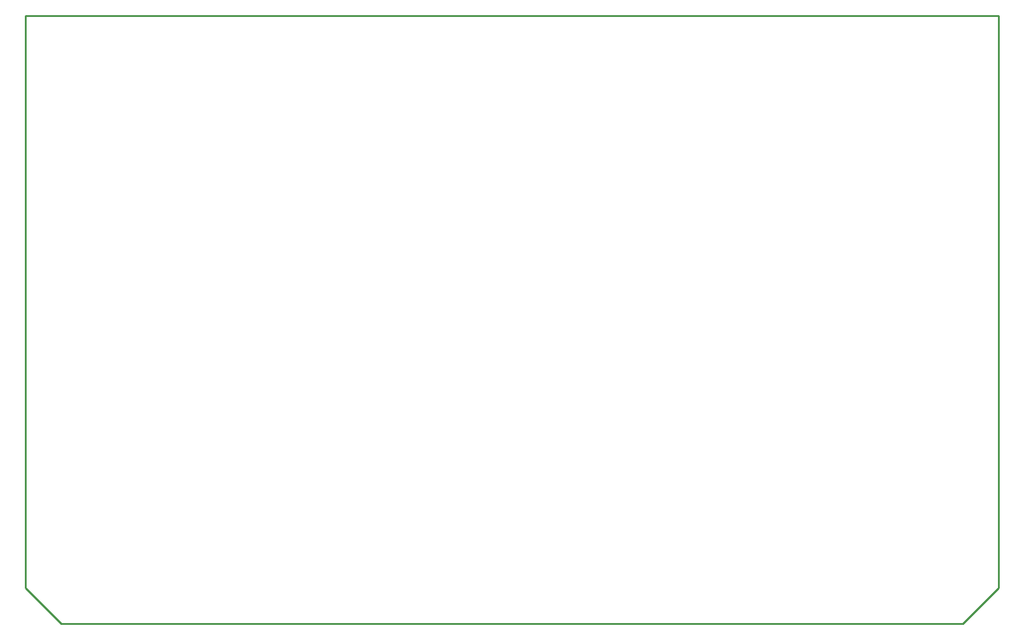
<source format=gm1>
G04 Layer_Color=16711935*
%FSLAX44Y44*%
%MOMM*%
G71*
G01*
G75*
%ADD39C,0.2540*%
D39*
X0Y850000D02*
X1360000D01*
X0Y50000D02*
X50000Y0D01*
X1310000D02*
X1360000Y50000D01*
Y850000D01*
X50000Y0D02*
X1310000D01*
X0Y50000D02*
Y850000D01*
M02*

</source>
